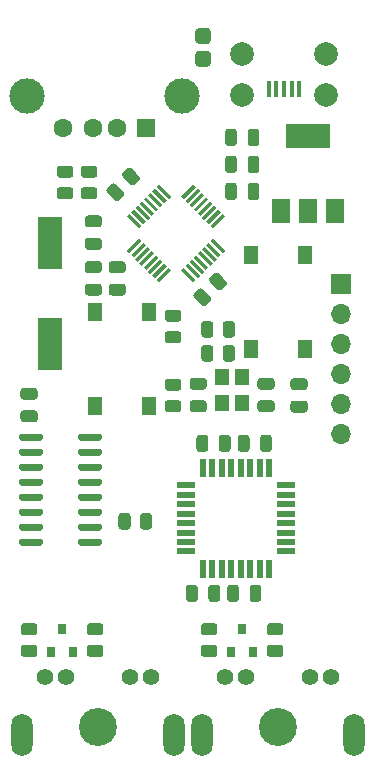
<source format=gbr>
%TF.GenerationSoftware,KiCad,Pcbnew,(5.1.9-16-g1737927814)-1*%
%TF.CreationDate,2021-07-07T14:31:43-05:00*%
%TF.ProjectId,adbuino,61646275-696e-46f2-9e6b-696361645f70,rev?*%
%TF.SameCoordinates,Original*%
%TF.FileFunction,Soldermask,Top*%
%TF.FilePolarity,Negative*%
%FSLAX46Y46*%
G04 Gerber Fmt 4.6, Leading zero omitted, Abs format (unit mm)*
G04 Created by KiCad (PCBNEW (5.1.9-16-g1737927814)-1) date 2021-07-07 14:31:43*
%MOMM*%
%LPD*%
G01*
G04 APERTURE LIST*
%ADD10C,2.000000*%
%ADD11R,0.400000X1.400000*%
%ADD12C,0.100000*%
%ADD13R,2.000000X4.500000*%
%ADD14O,1.700000X1.700000*%
%ADD15R,1.700000X1.700000*%
%ADD16R,1.200000X1.400000*%
%ADD17R,1.300000X1.550000*%
%ADD18R,0.800000X0.900000*%
%ADD19R,1.500000X2.000000*%
%ADD20R,3.800000X2.000000*%
%ADD21R,1.600000X0.550000*%
%ADD22R,0.550000X1.600000*%
%ADD23O,1.800000X3.600000*%
%ADD24C,1.408000*%
%ADD25C,3.216000*%
%ADD26C,1.600000*%
%ADD27R,1.600000X1.500000*%
%ADD28C,3.000000*%
G04 APERTURE END LIST*
D10*
%TO.C,J2*%
X180867000Y-42871000D03*
X173717000Y-42871000D03*
X173717000Y-39421000D03*
X180867000Y-39421000D03*
D11*
X175992000Y-42371000D03*
X176642000Y-42371000D03*
X177292000Y-42371000D03*
X177942000Y-42371000D03*
X178592000Y-42371000D03*
%TD*%
D12*
%TO.C,IC1*%
G36*
X167723382Y-57721624D02*
G01*
X166680400Y-58764606D01*
X166468268Y-58552474D01*
X167511250Y-57509492D01*
X167723382Y-57721624D01*
G37*
G36*
X167369829Y-57368070D02*
G01*
X166326847Y-58411052D01*
X166114715Y-58198920D01*
X167157697Y-57155938D01*
X167369829Y-57368070D01*
G37*
G36*
X167016275Y-57014517D02*
G01*
X165973293Y-58057499D01*
X165761161Y-57845367D01*
X166804143Y-56802385D01*
X167016275Y-57014517D01*
G37*
G36*
X166662722Y-56660963D02*
G01*
X165619740Y-57703945D01*
X165407608Y-57491813D01*
X166450590Y-56448831D01*
X166662722Y-56660963D01*
G37*
G36*
X166309169Y-56307410D02*
G01*
X165266187Y-57350392D01*
X165054055Y-57138260D01*
X166097037Y-56095278D01*
X166309169Y-56307410D01*
G37*
G36*
X165955615Y-55953857D02*
G01*
X164912633Y-56996839D01*
X164700501Y-56784707D01*
X165743483Y-55741725D01*
X165955615Y-55953857D01*
G37*
G36*
X165602062Y-55600303D02*
G01*
X164559080Y-56643285D01*
X164346948Y-56431153D01*
X165389930Y-55388171D01*
X165602062Y-55600303D01*
G37*
G36*
X165248508Y-55246750D02*
G01*
X164205526Y-56289732D01*
X163993394Y-56077600D01*
X165036376Y-55034618D01*
X165248508Y-55246750D01*
G37*
G36*
X164205526Y-52930268D02*
G01*
X165248508Y-53973250D01*
X165036376Y-54185382D01*
X163993394Y-53142400D01*
X164205526Y-52930268D01*
G37*
G36*
X164559080Y-52576715D02*
G01*
X165602062Y-53619697D01*
X165389930Y-53831829D01*
X164346948Y-52788847D01*
X164559080Y-52576715D01*
G37*
G36*
X164912633Y-52223161D02*
G01*
X165955615Y-53266143D01*
X165743483Y-53478275D01*
X164700501Y-52435293D01*
X164912633Y-52223161D01*
G37*
G36*
X165266187Y-51869608D02*
G01*
X166309169Y-52912590D01*
X166097037Y-53124722D01*
X165054055Y-52081740D01*
X165266187Y-51869608D01*
G37*
G36*
X165619740Y-51516055D02*
G01*
X166662722Y-52559037D01*
X166450590Y-52771169D01*
X165407608Y-51728187D01*
X165619740Y-51516055D01*
G37*
G36*
X165973293Y-51162501D02*
G01*
X167016275Y-52205483D01*
X166804143Y-52417615D01*
X165761161Y-51374633D01*
X165973293Y-51162501D01*
G37*
G36*
X166326847Y-50808948D02*
G01*
X167369829Y-51851930D01*
X167157697Y-52064062D01*
X166114715Y-51021080D01*
X166326847Y-50808948D01*
G37*
G36*
X166680400Y-50455394D02*
G01*
X167723382Y-51498376D01*
X167511250Y-51710508D01*
X166468268Y-50667526D01*
X166680400Y-50455394D01*
G37*
G36*
X169827732Y-50667526D02*
G01*
X168784750Y-51710508D01*
X168572618Y-51498376D01*
X169615600Y-50455394D01*
X169827732Y-50667526D01*
G37*
G36*
X170181285Y-51021080D02*
G01*
X169138303Y-52064062D01*
X168926171Y-51851930D01*
X169969153Y-50808948D01*
X170181285Y-51021080D01*
G37*
G36*
X170534839Y-51374633D02*
G01*
X169491857Y-52417615D01*
X169279725Y-52205483D01*
X170322707Y-51162501D01*
X170534839Y-51374633D01*
G37*
G36*
X170888392Y-51728187D02*
G01*
X169845410Y-52771169D01*
X169633278Y-52559037D01*
X170676260Y-51516055D01*
X170888392Y-51728187D01*
G37*
G36*
X171241945Y-52081740D02*
G01*
X170198963Y-53124722D01*
X169986831Y-52912590D01*
X171029813Y-51869608D01*
X171241945Y-52081740D01*
G37*
G36*
X171595499Y-52435293D02*
G01*
X170552517Y-53478275D01*
X170340385Y-53266143D01*
X171383367Y-52223161D01*
X171595499Y-52435293D01*
G37*
G36*
X171949052Y-52788847D02*
G01*
X170906070Y-53831829D01*
X170693938Y-53619697D01*
X171736920Y-52576715D01*
X171949052Y-52788847D01*
G37*
G36*
X172302606Y-53142400D02*
G01*
X171259624Y-54185382D01*
X171047492Y-53973250D01*
X172090474Y-52930268D01*
X172302606Y-53142400D01*
G37*
G36*
X171259624Y-55034618D02*
G01*
X172302606Y-56077600D01*
X172090474Y-56289732D01*
X171047492Y-55246750D01*
X171259624Y-55034618D01*
G37*
G36*
X170906070Y-55388171D02*
G01*
X171949052Y-56431153D01*
X171736920Y-56643285D01*
X170693938Y-55600303D01*
X170906070Y-55388171D01*
G37*
G36*
X170552517Y-55741725D02*
G01*
X171595499Y-56784707D01*
X171383367Y-56996839D01*
X170340385Y-55953857D01*
X170552517Y-55741725D01*
G37*
G36*
X170198963Y-56095278D02*
G01*
X171241945Y-57138260D01*
X171029813Y-57350392D01*
X169986831Y-56307410D01*
X170198963Y-56095278D01*
G37*
G36*
X169845410Y-56448831D02*
G01*
X170888392Y-57491813D01*
X170676260Y-57703945D01*
X169633278Y-56660963D01*
X169845410Y-56448831D01*
G37*
G36*
X169491857Y-56802385D02*
G01*
X170534839Y-57845367D01*
X170322707Y-58057499D01*
X169279725Y-57014517D01*
X169491857Y-56802385D01*
G37*
G36*
X169138303Y-57155938D02*
G01*
X170181285Y-58198920D01*
X169969153Y-58411052D01*
X168926171Y-57368070D01*
X169138303Y-57155938D01*
G37*
G36*
X168784750Y-57509492D02*
G01*
X169827732Y-58552474D01*
X169615600Y-58764606D01*
X168572618Y-57721624D01*
X168784750Y-57509492D01*
G37*
%TD*%
%TO.C,C16*%
G36*
G01*
X171772000Y-72865000D02*
X171772000Y-71915000D01*
G75*
G02*
X172022000Y-71665000I250000J0D01*
G01*
X172522000Y-71665000D01*
G75*
G02*
X172772000Y-71915000I0J-250000D01*
G01*
X172772000Y-72865000D01*
G75*
G02*
X172522000Y-73115000I-250000J0D01*
G01*
X172022000Y-73115000D01*
G75*
G02*
X171772000Y-72865000I0J250000D01*
G01*
G37*
G36*
G01*
X169872000Y-72865000D02*
X169872000Y-71915000D01*
G75*
G02*
X170122000Y-71665000I250000J0D01*
G01*
X170622000Y-71665000D01*
G75*
G02*
X170872000Y-71915000I0J-250000D01*
G01*
X170872000Y-72865000D01*
G75*
G02*
X170622000Y-73115000I-250000J0D01*
G01*
X170122000Y-73115000D01*
G75*
G02*
X169872000Y-72865000I0J250000D01*
G01*
G37*
%TD*%
%TO.C,C15*%
G36*
G01*
X169984000Y-84615000D02*
X169984000Y-85565000D01*
G75*
G02*
X169734000Y-85815000I-250000J0D01*
G01*
X169234000Y-85815000D01*
G75*
G02*
X168984000Y-85565000I0J250000D01*
G01*
X168984000Y-84615000D01*
G75*
G02*
X169234000Y-84365000I250000J0D01*
G01*
X169734000Y-84365000D01*
G75*
G02*
X169984000Y-84615000I0J-250000D01*
G01*
G37*
G36*
G01*
X171884000Y-84615000D02*
X171884000Y-85565000D01*
G75*
G02*
X171634000Y-85815000I-250000J0D01*
G01*
X171134000Y-85815000D01*
G75*
G02*
X170884000Y-85565000I0J250000D01*
G01*
X170884000Y-84615000D01*
G75*
G02*
X171134000Y-84365000I250000J0D01*
G01*
X171634000Y-84365000D01*
G75*
G02*
X171884000Y-84615000I0J-250000D01*
G01*
G37*
%TD*%
%TO.C,C14*%
G36*
G01*
X175268000Y-72865000D02*
X175268000Y-71915000D01*
G75*
G02*
X175518000Y-71665000I250000J0D01*
G01*
X176018000Y-71665000D01*
G75*
G02*
X176268000Y-71915000I0J-250000D01*
G01*
X176268000Y-72865000D01*
G75*
G02*
X176018000Y-73115000I-250000J0D01*
G01*
X175518000Y-73115000D01*
G75*
G02*
X175268000Y-72865000I0J250000D01*
G01*
G37*
G36*
G01*
X173368000Y-72865000D02*
X173368000Y-71915000D01*
G75*
G02*
X173618000Y-71665000I250000J0D01*
G01*
X174118000Y-71665000D01*
G75*
G02*
X174368000Y-71915000I0J-250000D01*
G01*
X174368000Y-72865000D01*
G75*
G02*
X174118000Y-73115000I-250000J0D01*
G01*
X173618000Y-73115000D01*
G75*
G02*
X173368000Y-72865000I0J250000D01*
G01*
G37*
%TD*%
D13*
%TO.C,Y2*%
X157480000Y-63940000D03*
X157480000Y-55440000D03*
%TD*%
D14*
%TO.C,J1*%
X182118000Y-71628000D03*
X182118000Y-69088000D03*
X182118000Y-66548000D03*
X182118000Y-64008000D03*
X182118000Y-61468000D03*
D15*
X182118000Y-58928000D03*
%TD*%
%TO.C,IC2*%
G36*
G01*
X159846000Y-72005000D02*
X159846000Y-71705000D01*
G75*
G02*
X159996000Y-71555000I150000J0D01*
G01*
X161696000Y-71555000D01*
G75*
G02*
X161846000Y-71705000I0J-150000D01*
G01*
X161846000Y-72005000D01*
G75*
G02*
X161696000Y-72155000I-150000J0D01*
G01*
X159996000Y-72155000D01*
G75*
G02*
X159846000Y-72005000I0J150000D01*
G01*
G37*
G36*
G01*
X159846000Y-73275000D02*
X159846000Y-72975000D01*
G75*
G02*
X159996000Y-72825000I150000J0D01*
G01*
X161696000Y-72825000D01*
G75*
G02*
X161846000Y-72975000I0J-150000D01*
G01*
X161846000Y-73275000D01*
G75*
G02*
X161696000Y-73425000I-150000J0D01*
G01*
X159996000Y-73425000D01*
G75*
G02*
X159846000Y-73275000I0J150000D01*
G01*
G37*
G36*
G01*
X159846000Y-74545000D02*
X159846000Y-74245000D01*
G75*
G02*
X159996000Y-74095000I150000J0D01*
G01*
X161696000Y-74095000D01*
G75*
G02*
X161846000Y-74245000I0J-150000D01*
G01*
X161846000Y-74545000D01*
G75*
G02*
X161696000Y-74695000I-150000J0D01*
G01*
X159996000Y-74695000D01*
G75*
G02*
X159846000Y-74545000I0J150000D01*
G01*
G37*
G36*
G01*
X159846000Y-75815000D02*
X159846000Y-75515000D01*
G75*
G02*
X159996000Y-75365000I150000J0D01*
G01*
X161696000Y-75365000D01*
G75*
G02*
X161846000Y-75515000I0J-150000D01*
G01*
X161846000Y-75815000D01*
G75*
G02*
X161696000Y-75965000I-150000J0D01*
G01*
X159996000Y-75965000D01*
G75*
G02*
X159846000Y-75815000I0J150000D01*
G01*
G37*
G36*
G01*
X159846000Y-77085000D02*
X159846000Y-76785000D01*
G75*
G02*
X159996000Y-76635000I150000J0D01*
G01*
X161696000Y-76635000D01*
G75*
G02*
X161846000Y-76785000I0J-150000D01*
G01*
X161846000Y-77085000D01*
G75*
G02*
X161696000Y-77235000I-150000J0D01*
G01*
X159996000Y-77235000D01*
G75*
G02*
X159846000Y-77085000I0J150000D01*
G01*
G37*
G36*
G01*
X159846000Y-78355000D02*
X159846000Y-78055000D01*
G75*
G02*
X159996000Y-77905000I150000J0D01*
G01*
X161696000Y-77905000D01*
G75*
G02*
X161846000Y-78055000I0J-150000D01*
G01*
X161846000Y-78355000D01*
G75*
G02*
X161696000Y-78505000I-150000J0D01*
G01*
X159996000Y-78505000D01*
G75*
G02*
X159846000Y-78355000I0J150000D01*
G01*
G37*
G36*
G01*
X159846000Y-79625000D02*
X159846000Y-79325000D01*
G75*
G02*
X159996000Y-79175000I150000J0D01*
G01*
X161696000Y-79175000D01*
G75*
G02*
X161846000Y-79325000I0J-150000D01*
G01*
X161846000Y-79625000D01*
G75*
G02*
X161696000Y-79775000I-150000J0D01*
G01*
X159996000Y-79775000D01*
G75*
G02*
X159846000Y-79625000I0J150000D01*
G01*
G37*
G36*
G01*
X159846000Y-80895000D02*
X159846000Y-80595000D01*
G75*
G02*
X159996000Y-80445000I150000J0D01*
G01*
X161696000Y-80445000D01*
G75*
G02*
X161846000Y-80595000I0J-150000D01*
G01*
X161846000Y-80895000D01*
G75*
G02*
X161696000Y-81045000I-150000J0D01*
G01*
X159996000Y-81045000D01*
G75*
G02*
X159846000Y-80895000I0J150000D01*
G01*
G37*
G36*
G01*
X154846000Y-80895000D02*
X154846000Y-80595000D01*
G75*
G02*
X154996000Y-80445000I150000J0D01*
G01*
X156696000Y-80445000D01*
G75*
G02*
X156846000Y-80595000I0J-150000D01*
G01*
X156846000Y-80895000D01*
G75*
G02*
X156696000Y-81045000I-150000J0D01*
G01*
X154996000Y-81045000D01*
G75*
G02*
X154846000Y-80895000I0J150000D01*
G01*
G37*
G36*
G01*
X154846000Y-79625000D02*
X154846000Y-79325000D01*
G75*
G02*
X154996000Y-79175000I150000J0D01*
G01*
X156696000Y-79175000D01*
G75*
G02*
X156846000Y-79325000I0J-150000D01*
G01*
X156846000Y-79625000D01*
G75*
G02*
X156696000Y-79775000I-150000J0D01*
G01*
X154996000Y-79775000D01*
G75*
G02*
X154846000Y-79625000I0J150000D01*
G01*
G37*
G36*
G01*
X154846000Y-78355000D02*
X154846000Y-78055000D01*
G75*
G02*
X154996000Y-77905000I150000J0D01*
G01*
X156696000Y-77905000D01*
G75*
G02*
X156846000Y-78055000I0J-150000D01*
G01*
X156846000Y-78355000D01*
G75*
G02*
X156696000Y-78505000I-150000J0D01*
G01*
X154996000Y-78505000D01*
G75*
G02*
X154846000Y-78355000I0J150000D01*
G01*
G37*
G36*
G01*
X154846000Y-77085000D02*
X154846000Y-76785000D01*
G75*
G02*
X154996000Y-76635000I150000J0D01*
G01*
X156696000Y-76635000D01*
G75*
G02*
X156846000Y-76785000I0J-150000D01*
G01*
X156846000Y-77085000D01*
G75*
G02*
X156696000Y-77235000I-150000J0D01*
G01*
X154996000Y-77235000D01*
G75*
G02*
X154846000Y-77085000I0J150000D01*
G01*
G37*
G36*
G01*
X154846000Y-75815000D02*
X154846000Y-75515000D01*
G75*
G02*
X154996000Y-75365000I150000J0D01*
G01*
X156696000Y-75365000D01*
G75*
G02*
X156846000Y-75515000I0J-150000D01*
G01*
X156846000Y-75815000D01*
G75*
G02*
X156696000Y-75965000I-150000J0D01*
G01*
X154996000Y-75965000D01*
G75*
G02*
X154846000Y-75815000I0J150000D01*
G01*
G37*
G36*
G01*
X154846000Y-74545000D02*
X154846000Y-74245000D01*
G75*
G02*
X154996000Y-74095000I150000J0D01*
G01*
X156696000Y-74095000D01*
G75*
G02*
X156846000Y-74245000I0J-150000D01*
G01*
X156846000Y-74545000D01*
G75*
G02*
X156696000Y-74695000I-150000J0D01*
G01*
X154996000Y-74695000D01*
G75*
G02*
X154846000Y-74545000I0J150000D01*
G01*
G37*
G36*
G01*
X154846000Y-73275000D02*
X154846000Y-72975000D01*
G75*
G02*
X154996000Y-72825000I150000J0D01*
G01*
X156696000Y-72825000D01*
G75*
G02*
X156846000Y-72975000I0J-150000D01*
G01*
X156846000Y-73275000D01*
G75*
G02*
X156696000Y-73425000I-150000J0D01*
G01*
X154996000Y-73425000D01*
G75*
G02*
X154846000Y-73275000I0J150000D01*
G01*
G37*
G36*
G01*
X154846000Y-72005000D02*
X154846000Y-71705000D01*
G75*
G02*
X154996000Y-71555000I150000J0D01*
G01*
X156696000Y-71555000D01*
G75*
G02*
X156846000Y-71705000I0J-150000D01*
G01*
X156846000Y-72005000D01*
G75*
G02*
X156696000Y-72155000I-150000J0D01*
G01*
X154996000Y-72155000D01*
G75*
G02*
X154846000Y-72005000I0J150000D01*
G01*
G37*
%TD*%
%TO.C,F1*%
G36*
G01*
X170834000Y-38562000D02*
X170034000Y-38562000D01*
G75*
G02*
X169784000Y-38312000I0J250000D01*
G01*
X169784000Y-37487000D01*
G75*
G02*
X170034000Y-37237000I250000J0D01*
G01*
X170834000Y-37237000D01*
G75*
G02*
X171084000Y-37487000I0J-250000D01*
G01*
X171084000Y-38312000D01*
G75*
G02*
X170834000Y-38562000I-250000J0D01*
G01*
G37*
G36*
G01*
X170834000Y-40487000D02*
X170034000Y-40487000D01*
G75*
G02*
X169784000Y-40237000I0J250000D01*
G01*
X169784000Y-39412000D01*
G75*
G02*
X170034000Y-39162000I250000J0D01*
G01*
X170834000Y-39162000D01*
G75*
G02*
X171084000Y-39412000I0J-250000D01*
G01*
X171084000Y-40237000D01*
G75*
G02*
X170834000Y-40487000I-250000J0D01*
G01*
G37*
%TD*%
%TO.C,C13*%
G36*
G01*
X155227000Y-69604000D02*
X156177000Y-69604000D01*
G75*
G02*
X156427000Y-69854000I0J-250000D01*
G01*
X156427000Y-70354000D01*
G75*
G02*
X156177000Y-70604000I-250000J0D01*
G01*
X155227000Y-70604000D01*
G75*
G02*
X154977000Y-70354000I0J250000D01*
G01*
X154977000Y-69854000D01*
G75*
G02*
X155227000Y-69604000I250000J0D01*
G01*
G37*
G36*
G01*
X155227000Y-67704000D02*
X156177000Y-67704000D01*
G75*
G02*
X156427000Y-67954000I0J-250000D01*
G01*
X156427000Y-68454000D01*
G75*
G02*
X156177000Y-68704000I-250000J0D01*
G01*
X155227000Y-68704000D01*
G75*
G02*
X154977000Y-68454000I0J250000D01*
G01*
X154977000Y-67954000D01*
G75*
G02*
X155227000Y-67704000I250000J0D01*
G01*
G37*
%TD*%
D16*
%TO.C,Y1*%
X173743332Y-66802999D03*
X173743332Y-69002999D03*
X172043332Y-69002999D03*
X172043332Y-66802999D03*
%TD*%
D17*
%TO.C,SW1*%
X174534000Y-64427000D03*
X179034000Y-64427000D03*
X179034000Y-56477000D03*
X174534000Y-56477000D03*
%TD*%
%TO.C,SW2*%
X161326000Y-69253000D03*
X165826000Y-69253000D03*
X165826000Y-61303000D03*
X161326000Y-61303000D03*
%TD*%
%TO.C,R11*%
G36*
G01*
X176980001Y-88650500D02*
X176079999Y-88650500D01*
G75*
G02*
X175830000Y-88400501I0J249999D01*
G01*
X175830000Y-87875499D01*
G75*
G02*
X176079999Y-87625500I249999J0D01*
G01*
X176980001Y-87625500D01*
G75*
G02*
X177230000Y-87875499I0J-249999D01*
G01*
X177230000Y-88400501D01*
G75*
G02*
X176980001Y-88650500I-249999J0D01*
G01*
G37*
G36*
G01*
X176980001Y-90475500D02*
X176079999Y-90475500D01*
G75*
G02*
X175830000Y-90225501I0J249999D01*
G01*
X175830000Y-89700499D01*
G75*
G02*
X176079999Y-89450500I249999J0D01*
G01*
X176980001Y-89450500D01*
G75*
G02*
X177230000Y-89700499I0J-249999D01*
G01*
X177230000Y-90225501D01*
G75*
G02*
X176980001Y-90475500I-249999J0D01*
G01*
G37*
%TD*%
%TO.C,R10*%
G36*
G01*
X170491999Y-89450500D02*
X171392001Y-89450500D01*
G75*
G02*
X171642000Y-89700499I0J-249999D01*
G01*
X171642000Y-90225501D01*
G75*
G02*
X171392001Y-90475500I-249999J0D01*
G01*
X170491999Y-90475500D01*
G75*
G02*
X170242000Y-90225501I0J249999D01*
G01*
X170242000Y-89700499D01*
G75*
G02*
X170491999Y-89450500I249999J0D01*
G01*
G37*
G36*
G01*
X170491999Y-87625500D02*
X171392001Y-87625500D01*
G75*
G02*
X171642000Y-87875499I0J-249999D01*
G01*
X171642000Y-88400501D01*
G75*
G02*
X171392001Y-88650500I-249999J0D01*
G01*
X170491999Y-88650500D01*
G75*
G02*
X170242000Y-88400501I0J249999D01*
G01*
X170242000Y-87875499D01*
G75*
G02*
X170491999Y-87625500I249999J0D01*
G01*
G37*
%TD*%
%TO.C,R9*%
G36*
G01*
X161740001Y-88650500D02*
X160839999Y-88650500D01*
G75*
G02*
X160590000Y-88400501I0J249999D01*
G01*
X160590000Y-87875499D01*
G75*
G02*
X160839999Y-87625500I249999J0D01*
G01*
X161740001Y-87625500D01*
G75*
G02*
X161990000Y-87875499I0J-249999D01*
G01*
X161990000Y-88400501D01*
G75*
G02*
X161740001Y-88650500I-249999J0D01*
G01*
G37*
G36*
G01*
X161740001Y-90475500D02*
X160839999Y-90475500D01*
G75*
G02*
X160590000Y-90225501I0J249999D01*
G01*
X160590000Y-89700499D01*
G75*
G02*
X160839999Y-89450500I249999J0D01*
G01*
X161740001Y-89450500D01*
G75*
G02*
X161990000Y-89700499I0J-249999D01*
G01*
X161990000Y-90225501D01*
G75*
G02*
X161740001Y-90475500I-249999J0D01*
G01*
G37*
%TD*%
%TO.C,R8*%
G36*
G01*
X155251999Y-89450500D02*
X156152001Y-89450500D01*
G75*
G02*
X156402000Y-89700499I0J-249999D01*
G01*
X156402000Y-90225501D01*
G75*
G02*
X156152001Y-90475500I-249999J0D01*
G01*
X155251999Y-90475500D01*
G75*
G02*
X155002000Y-90225501I0J249999D01*
G01*
X155002000Y-89700499D01*
G75*
G02*
X155251999Y-89450500I249999J0D01*
G01*
G37*
G36*
G01*
X155251999Y-87625500D02*
X156152001Y-87625500D01*
G75*
G02*
X156402000Y-87875499I0J-249999D01*
G01*
X156402000Y-88400501D01*
G75*
G02*
X156152001Y-88650500I-249999J0D01*
G01*
X155251999Y-88650500D01*
G75*
G02*
X155002000Y-88400501I0J249999D01*
G01*
X155002000Y-87875499D01*
G75*
G02*
X155251999Y-87625500I249999J0D01*
G01*
G37*
%TD*%
%TO.C,R3*%
G36*
G01*
X165095500Y-79444001D02*
X165095500Y-78543999D01*
G75*
G02*
X165345499Y-78294000I249999J0D01*
G01*
X165870501Y-78294000D01*
G75*
G02*
X166120500Y-78543999I0J-249999D01*
G01*
X166120500Y-79444001D01*
G75*
G02*
X165870501Y-79694000I-249999J0D01*
G01*
X165345499Y-79694000D01*
G75*
G02*
X165095500Y-79444001I0J249999D01*
G01*
G37*
G36*
G01*
X163270500Y-79444001D02*
X163270500Y-78543999D01*
G75*
G02*
X163520499Y-78294000I249999J0D01*
G01*
X164045501Y-78294000D01*
G75*
G02*
X164295500Y-78543999I0J-249999D01*
G01*
X164295500Y-79444001D01*
G75*
G02*
X164045501Y-79694000I-249999J0D01*
G01*
X163520499Y-79694000D01*
G75*
G02*
X163270500Y-79444001I0J249999D01*
G01*
G37*
%TD*%
%TO.C,R2*%
G36*
G01*
X172104000Y-63188001D02*
X172104000Y-62287999D01*
G75*
G02*
X172353999Y-62038000I249999J0D01*
G01*
X172879001Y-62038000D01*
G75*
G02*
X173129000Y-62287999I0J-249999D01*
G01*
X173129000Y-63188001D01*
G75*
G02*
X172879001Y-63438000I-249999J0D01*
G01*
X172353999Y-63438000D01*
G75*
G02*
X172104000Y-63188001I0J249999D01*
G01*
G37*
G36*
G01*
X170279000Y-63188001D02*
X170279000Y-62287999D01*
G75*
G02*
X170528999Y-62038000I249999J0D01*
G01*
X171054001Y-62038000D01*
G75*
G02*
X171304000Y-62287999I0J-249999D01*
G01*
X171304000Y-63188001D01*
G75*
G02*
X171054001Y-63438000I-249999J0D01*
G01*
X170528999Y-63438000D01*
G75*
G02*
X170279000Y-63188001I0J249999D01*
G01*
G37*
%TD*%
%TO.C,R1*%
G36*
G01*
X171304000Y-64319999D02*
X171304000Y-65220001D01*
G75*
G02*
X171054001Y-65470000I-249999J0D01*
G01*
X170528999Y-65470000D01*
G75*
G02*
X170279000Y-65220001I0J249999D01*
G01*
X170279000Y-64319999D01*
G75*
G02*
X170528999Y-64070000I249999J0D01*
G01*
X171054001Y-64070000D01*
G75*
G02*
X171304000Y-64319999I0J-249999D01*
G01*
G37*
G36*
G01*
X173129000Y-64319999D02*
X173129000Y-65220001D01*
G75*
G02*
X172879001Y-65470000I-249999J0D01*
G01*
X172353999Y-65470000D01*
G75*
G02*
X172104000Y-65220001I0J249999D01*
G01*
X172104000Y-64319999D01*
G75*
G02*
X172353999Y-64070000I249999J0D01*
G01*
X172879001Y-64070000D01*
G75*
G02*
X173129000Y-64319999I0J-249999D01*
G01*
G37*
%TD*%
D18*
%TO.C,Q2*%
X173736000Y-88075500D03*
X174686000Y-90075500D03*
X172786000Y-90075500D03*
%TD*%
%TO.C,Q1*%
X158496000Y-88075500D03*
X159446000Y-90075500D03*
X157546000Y-90075500D03*
%TD*%
%TO.C,C12*%
G36*
G01*
X162693000Y-58870000D02*
X163643000Y-58870000D01*
G75*
G02*
X163893000Y-59120000I0J-250000D01*
G01*
X163893000Y-59620000D01*
G75*
G02*
X163643000Y-59870000I-250000J0D01*
G01*
X162693000Y-59870000D01*
G75*
G02*
X162443000Y-59620000I0J250000D01*
G01*
X162443000Y-59120000D01*
G75*
G02*
X162693000Y-58870000I250000J0D01*
G01*
G37*
G36*
G01*
X162693000Y-56970000D02*
X163643000Y-56970000D01*
G75*
G02*
X163893000Y-57220000I0J-250000D01*
G01*
X163893000Y-57720000D01*
G75*
G02*
X163643000Y-57970000I-250000J0D01*
G01*
X162693000Y-57970000D01*
G75*
G02*
X162443000Y-57720000I0J250000D01*
G01*
X162443000Y-57220000D01*
G75*
G02*
X162693000Y-56970000I250000J0D01*
G01*
G37*
%TD*%
%TO.C,C11*%
G36*
G01*
X160675000Y-54994000D02*
X161625000Y-54994000D01*
G75*
G02*
X161875000Y-55244000I0J-250000D01*
G01*
X161875000Y-55744000D01*
G75*
G02*
X161625000Y-55994000I-250000J0D01*
G01*
X160675000Y-55994000D01*
G75*
G02*
X160425000Y-55744000I0J250000D01*
G01*
X160425000Y-55244000D01*
G75*
G02*
X160675000Y-54994000I250000J0D01*
G01*
G37*
G36*
G01*
X160675000Y-53094000D02*
X161625000Y-53094000D01*
G75*
G02*
X161875000Y-53344000I0J-250000D01*
G01*
X161875000Y-53844000D01*
G75*
G02*
X161625000Y-54094000I-250000J0D01*
G01*
X160675000Y-54094000D01*
G75*
G02*
X160425000Y-53844000I0J250000D01*
G01*
X160425000Y-53344000D01*
G75*
G02*
X160675000Y-53094000I250000J0D01*
G01*
G37*
%TD*%
%TO.C,C10*%
G36*
G01*
X160675000Y-58870000D02*
X161625000Y-58870000D01*
G75*
G02*
X161875000Y-59120000I0J-250000D01*
G01*
X161875000Y-59620000D01*
G75*
G02*
X161625000Y-59870000I-250000J0D01*
G01*
X160675000Y-59870000D01*
G75*
G02*
X160425000Y-59620000I0J250000D01*
G01*
X160425000Y-59120000D01*
G75*
G02*
X160675000Y-58870000I250000J0D01*
G01*
G37*
G36*
G01*
X160675000Y-56970000D02*
X161625000Y-56970000D01*
G75*
G02*
X161875000Y-57220000I0J-250000D01*
G01*
X161875000Y-57720000D01*
G75*
G02*
X161625000Y-57970000I-250000J0D01*
G01*
X160675000Y-57970000D01*
G75*
G02*
X160425000Y-57720000I0J250000D01*
G01*
X160425000Y-57220000D01*
G75*
G02*
X160675000Y-56970000I250000J0D01*
G01*
G37*
%TD*%
%TO.C,C7*%
G36*
G01*
X170493666Y-67852999D02*
X169543666Y-67852999D01*
G75*
G02*
X169293666Y-67602999I0J250000D01*
G01*
X169293666Y-67102999D01*
G75*
G02*
X169543666Y-66852999I250000J0D01*
G01*
X170493666Y-66852999D01*
G75*
G02*
X170743666Y-67102999I0J-250000D01*
G01*
X170743666Y-67602999D01*
G75*
G02*
X170493666Y-67852999I-250000J0D01*
G01*
G37*
G36*
G01*
X170493666Y-69752999D02*
X169543666Y-69752999D01*
G75*
G02*
X169293666Y-69502999I0J250000D01*
G01*
X169293666Y-69002999D01*
G75*
G02*
X169543666Y-68752999I250000J0D01*
G01*
X170493666Y-68752999D01*
G75*
G02*
X170743666Y-69002999I0J-250000D01*
G01*
X170743666Y-69502999D01*
G75*
G02*
X170493666Y-69752999I-250000J0D01*
G01*
G37*
%TD*%
%TO.C,C6*%
G36*
G01*
X176243000Y-67852999D02*
X175293000Y-67852999D01*
G75*
G02*
X175043000Y-67602999I0J250000D01*
G01*
X175043000Y-67102999D01*
G75*
G02*
X175293000Y-66852999I250000J0D01*
G01*
X176243000Y-66852999D01*
G75*
G02*
X176493000Y-67102999I0J-250000D01*
G01*
X176493000Y-67602999D01*
G75*
G02*
X176243000Y-67852999I-250000J0D01*
G01*
G37*
G36*
G01*
X176243000Y-69752999D02*
X175293000Y-69752999D01*
G75*
G02*
X175043000Y-69502999I0J250000D01*
G01*
X175043000Y-69002999D01*
G75*
G02*
X175293000Y-68752999I250000J0D01*
G01*
X176243000Y-68752999D01*
G75*
G02*
X176493000Y-69002999I0J-250000D01*
G01*
X176493000Y-69502999D01*
G75*
G02*
X176243000Y-69752999I-250000J0D01*
G01*
G37*
%TD*%
%TO.C,C5*%
G36*
G01*
X179037000Y-67876000D02*
X178087000Y-67876000D01*
G75*
G02*
X177837000Y-67626000I0J250000D01*
G01*
X177837000Y-67126000D01*
G75*
G02*
X178087000Y-66876000I250000J0D01*
G01*
X179037000Y-66876000D01*
G75*
G02*
X179287000Y-67126000I0J-250000D01*
G01*
X179287000Y-67626000D01*
G75*
G02*
X179037000Y-67876000I-250000J0D01*
G01*
G37*
G36*
G01*
X179037000Y-69776000D02*
X178087000Y-69776000D01*
G75*
G02*
X177837000Y-69526000I0J250000D01*
G01*
X177837000Y-69026000D01*
G75*
G02*
X178087000Y-68776000I250000J0D01*
G01*
X179037000Y-68776000D01*
G75*
G02*
X179287000Y-69026000I0J-250000D01*
G01*
X179287000Y-69526000D01*
G75*
G02*
X179037000Y-69776000I-250000J0D01*
G01*
G37*
%TD*%
%TO.C,C2*%
G36*
G01*
X174374000Y-85565000D02*
X174374000Y-84615000D01*
G75*
G02*
X174624000Y-84365000I250000J0D01*
G01*
X175124000Y-84365000D01*
G75*
G02*
X175374000Y-84615000I0J-250000D01*
G01*
X175374000Y-85565000D01*
G75*
G02*
X175124000Y-85815000I-250000J0D01*
G01*
X174624000Y-85815000D01*
G75*
G02*
X174374000Y-85565000I0J250000D01*
G01*
G37*
G36*
G01*
X172474000Y-85565000D02*
X172474000Y-84615000D01*
G75*
G02*
X172724000Y-84365000I250000J0D01*
G01*
X173224000Y-84365000D01*
G75*
G02*
X173474000Y-84615000I0J-250000D01*
G01*
X173474000Y-85565000D01*
G75*
G02*
X173224000Y-85815000I-250000J0D01*
G01*
X172724000Y-85815000D01*
G75*
G02*
X172474000Y-85565000I0J250000D01*
G01*
G37*
%TD*%
D19*
%TO.C,U1*%
X177024000Y-52680000D03*
X181624000Y-52680000D03*
X179324000Y-52680000D03*
D20*
X179324000Y-46380000D03*
%TD*%
%TO.C,C4*%
G36*
G01*
X173307001Y-50579000D02*
X173307001Y-51529000D01*
G75*
G02*
X173057001Y-51779000I-250000J0D01*
G01*
X172557001Y-51779000D01*
G75*
G02*
X172307001Y-51529000I0J250000D01*
G01*
X172307001Y-50579000D01*
G75*
G02*
X172557001Y-50329000I250000J0D01*
G01*
X173057001Y-50329000D01*
G75*
G02*
X173307001Y-50579000I0J-250000D01*
G01*
G37*
G36*
G01*
X175207001Y-50579000D02*
X175207001Y-51529000D01*
G75*
G02*
X174957001Y-51779000I-250000J0D01*
G01*
X174457001Y-51779000D01*
G75*
G02*
X174207001Y-51529000I0J250000D01*
G01*
X174207001Y-50579000D01*
G75*
G02*
X174457001Y-50329000I250000J0D01*
G01*
X174957001Y-50329000D01*
G75*
G02*
X175207001Y-50579000I0J-250000D01*
G01*
G37*
%TD*%
%TO.C,C3*%
G36*
G01*
X173307001Y-48293000D02*
X173307001Y-49243000D01*
G75*
G02*
X173057001Y-49493000I-250000J0D01*
G01*
X172557001Y-49493000D01*
G75*
G02*
X172307001Y-49243000I0J250000D01*
G01*
X172307001Y-48293000D01*
G75*
G02*
X172557001Y-48043000I250000J0D01*
G01*
X173057001Y-48043000D01*
G75*
G02*
X173307001Y-48293000I0J-250000D01*
G01*
G37*
G36*
G01*
X175207001Y-48293000D02*
X175207001Y-49243000D01*
G75*
G02*
X174957001Y-49493000I-250000J0D01*
G01*
X174457001Y-49493000D01*
G75*
G02*
X174207001Y-49243000I0J250000D01*
G01*
X174207001Y-48293000D01*
G75*
G02*
X174457001Y-48043000I250000J0D01*
G01*
X174957001Y-48043000D01*
G75*
G02*
X175207001Y-48293000I0J-250000D01*
G01*
G37*
%TD*%
%TO.C,C1*%
G36*
G01*
X173307001Y-46007000D02*
X173307001Y-46957000D01*
G75*
G02*
X173057001Y-47207000I-250000J0D01*
G01*
X172557001Y-47207000D01*
G75*
G02*
X172307001Y-46957000I0J250000D01*
G01*
X172307001Y-46007000D01*
G75*
G02*
X172557001Y-45757000I250000J0D01*
G01*
X173057001Y-45757000D01*
G75*
G02*
X173307001Y-46007000I0J-250000D01*
G01*
G37*
G36*
G01*
X175207001Y-46007000D02*
X175207001Y-46957000D01*
G75*
G02*
X174957001Y-47207000I-250000J0D01*
G01*
X174457001Y-47207000D01*
G75*
G02*
X174207001Y-46957000I0J250000D01*
G01*
X174207001Y-46007000D01*
G75*
G02*
X174457001Y-45757000I250000J0D01*
G01*
X174957001Y-45757000D01*
G75*
G02*
X175207001Y-46007000I0J-250000D01*
G01*
G37*
%TD*%
D21*
%TO.C,U2*%
X177478000Y-75940000D03*
X177478000Y-76740000D03*
X177478000Y-77540000D03*
X177478000Y-78340000D03*
X177478000Y-79140000D03*
X177478000Y-79940000D03*
X177478000Y-80740000D03*
X177478000Y-81540000D03*
D22*
X176028000Y-82990000D03*
X175228000Y-82990000D03*
X174428000Y-82990000D03*
X173628000Y-82990000D03*
X172828000Y-82990000D03*
X172028000Y-82990000D03*
X171228000Y-82990000D03*
X170428000Y-82990000D03*
D21*
X168978000Y-81540000D03*
X168978000Y-80740000D03*
X168978000Y-79940000D03*
X168978000Y-79140000D03*
X168978000Y-78340000D03*
X168978000Y-77540000D03*
X168978000Y-76740000D03*
X168978000Y-75940000D03*
D22*
X170428000Y-74490000D03*
X171228000Y-74490000D03*
X172028000Y-74490000D03*
X172828000Y-74490000D03*
X173628000Y-74490000D03*
X174428000Y-74490000D03*
X175228000Y-74490000D03*
X176028000Y-74490000D03*
%TD*%
%TO.C,R7*%
G36*
G01*
X159200001Y-49892000D02*
X158299999Y-49892000D01*
G75*
G02*
X158050000Y-49642001I0J249999D01*
G01*
X158050000Y-49116999D01*
G75*
G02*
X158299999Y-48867000I249999J0D01*
G01*
X159200001Y-48867000D01*
G75*
G02*
X159450000Y-49116999I0J-249999D01*
G01*
X159450000Y-49642001D01*
G75*
G02*
X159200001Y-49892000I-249999J0D01*
G01*
G37*
G36*
G01*
X159200001Y-51717000D02*
X158299999Y-51717000D01*
G75*
G02*
X158050000Y-51467001I0J249999D01*
G01*
X158050000Y-50941999D01*
G75*
G02*
X158299999Y-50692000I249999J0D01*
G01*
X159200001Y-50692000D01*
G75*
G02*
X159450000Y-50941999I0J-249999D01*
G01*
X159450000Y-51467001D01*
G75*
G02*
X159200001Y-51717000I-249999J0D01*
G01*
G37*
%TD*%
%TO.C,R6*%
G36*
G01*
X160331999Y-50692000D02*
X161232001Y-50692000D01*
G75*
G02*
X161482000Y-50941999I0J-249999D01*
G01*
X161482000Y-51467001D01*
G75*
G02*
X161232001Y-51717000I-249999J0D01*
G01*
X160331999Y-51717000D01*
G75*
G02*
X160082000Y-51467001I0J249999D01*
G01*
X160082000Y-50941999D01*
G75*
G02*
X160331999Y-50692000I249999J0D01*
G01*
G37*
G36*
G01*
X160331999Y-48867000D02*
X161232001Y-48867000D01*
G75*
G02*
X161482000Y-49116999I0J-249999D01*
G01*
X161482000Y-49642001D01*
G75*
G02*
X161232001Y-49892000I-249999J0D01*
G01*
X160331999Y-49892000D01*
G75*
G02*
X160082000Y-49642001I0J249999D01*
G01*
X160082000Y-49116999D01*
G75*
G02*
X160331999Y-48867000I249999J0D01*
G01*
G37*
%TD*%
%TO.C,R5*%
G36*
G01*
X167443999Y-68722999D02*
X168344001Y-68722999D01*
G75*
G02*
X168594000Y-68972998I0J-249999D01*
G01*
X168594000Y-69498000D01*
G75*
G02*
X168344001Y-69747999I-249999J0D01*
G01*
X167443999Y-69747999D01*
G75*
G02*
X167194000Y-69498000I0J249999D01*
G01*
X167194000Y-68972998D01*
G75*
G02*
X167443999Y-68722999I249999J0D01*
G01*
G37*
G36*
G01*
X167443999Y-66897999D02*
X168344001Y-66897999D01*
G75*
G02*
X168594000Y-67147998I0J-249999D01*
G01*
X168594000Y-67673000D01*
G75*
G02*
X168344001Y-67922999I-249999J0D01*
G01*
X167443999Y-67922999D01*
G75*
G02*
X167194000Y-67673000I0J249999D01*
G01*
X167194000Y-67147998D01*
G75*
G02*
X167443999Y-66897999I249999J0D01*
G01*
G37*
%TD*%
%TO.C,R4*%
G36*
G01*
X167443999Y-62884000D02*
X168344001Y-62884000D01*
G75*
G02*
X168594000Y-63133999I0J-249999D01*
G01*
X168594000Y-63659001D01*
G75*
G02*
X168344001Y-63909000I-249999J0D01*
G01*
X167443999Y-63909000D01*
G75*
G02*
X167194000Y-63659001I0J249999D01*
G01*
X167194000Y-63133999D01*
G75*
G02*
X167443999Y-62884000I249999J0D01*
G01*
G37*
G36*
G01*
X167443999Y-61059000D02*
X168344001Y-61059000D01*
G75*
G02*
X168594000Y-61308999I0J-249999D01*
G01*
X168594000Y-61834001D01*
G75*
G02*
X168344001Y-62084000I-249999J0D01*
G01*
X167443999Y-62084000D01*
G75*
G02*
X167194000Y-61834001I0J249999D01*
G01*
X167194000Y-61308999D01*
G75*
G02*
X167443999Y-61059000I249999J0D01*
G01*
G37*
%TD*%
D23*
%TO.C,J5*%
X155144000Y-97104000D03*
X167944000Y-97104000D03*
D24*
X166044000Y-92204000D03*
X164244000Y-92204000D03*
X158844000Y-92204000D03*
X157044000Y-92204000D03*
D25*
X161544000Y-96404000D03*
%TD*%
D23*
%TO.C,J4*%
X170384000Y-97104000D03*
X183184000Y-97104000D03*
D24*
X181284000Y-92204000D03*
X179484000Y-92204000D03*
X174084000Y-92204000D03*
X172284000Y-92204000D03*
D25*
X176784000Y-96404000D03*
%TD*%
D26*
%TO.C,J3*%
X158608000Y-45720000D03*
X161108000Y-45720000D03*
X163108000Y-45720000D03*
D27*
X165608000Y-45720000D03*
D28*
X155538000Y-43010000D03*
X168678000Y-43010000D03*
%TD*%
%TO.C,C9*%
G36*
G01*
X171686322Y-59363429D02*
X171014571Y-58691678D01*
G75*
G02*
X171014571Y-58338124I176777J176777D01*
G01*
X171368124Y-57984571D01*
G75*
G02*
X171721678Y-57984571I176777J-176777D01*
G01*
X172393429Y-58656322D01*
G75*
G02*
X172393429Y-59009876I-176777J-176777D01*
G01*
X172039876Y-59363429D01*
G75*
G02*
X171686322Y-59363429I-176777J176777D01*
G01*
G37*
G36*
G01*
X170342820Y-60706931D02*
X169671069Y-60035180D01*
G75*
G02*
X169671069Y-59681626I176777J176777D01*
G01*
X170024622Y-59328073D01*
G75*
G02*
X170378176Y-59328073I176777J-176777D01*
G01*
X171049927Y-59999824D01*
G75*
G02*
X171049927Y-60353378I-176777J-176777D01*
G01*
X170696374Y-60706931D01*
G75*
G02*
X170342820Y-60706931I-176777J176777D01*
G01*
G37*
%TD*%
%TO.C,C8*%
G36*
G01*
X164320322Y-50473429D02*
X163648571Y-49801678D01*
G75*
G02*
X163648571Y-49448124I176777J176777D01*
G01*
X164002124Y-49094571D01*
G75*
G02*
X164355678Y-49094571I176777J-176777D01*
G01*
X165027429Y-49766322D01*
G75*
G02*
X165027429Y-50119876I-176777J-176777D01*
G01*
X164673876Y-50473429D01*
G75*
G02*
X164320322Y-50473429I-176777J176777D01*
G01*
G37*
G36*
G01*
X162976820Y-51816931D02*
X162305069Y-51145180D01*
G75*
G02*
X162305069Y-50791626I176777J176777D01*
G01*
X162658622Y-50438073D01*
G75*
G02*
X163012176Y-50438073I176777J-176777D01*
G01*
X163683927Y-51109824D01*
G75*
G02*
X163683927Y-51463378I-176777J-176777D01*
G01*
X163330374Y-51816931D01*
G75*
G02*
X162976820Y-51816931I-176777J176777D01*
G01*
G37*
%TD*%
M02*

</source>
